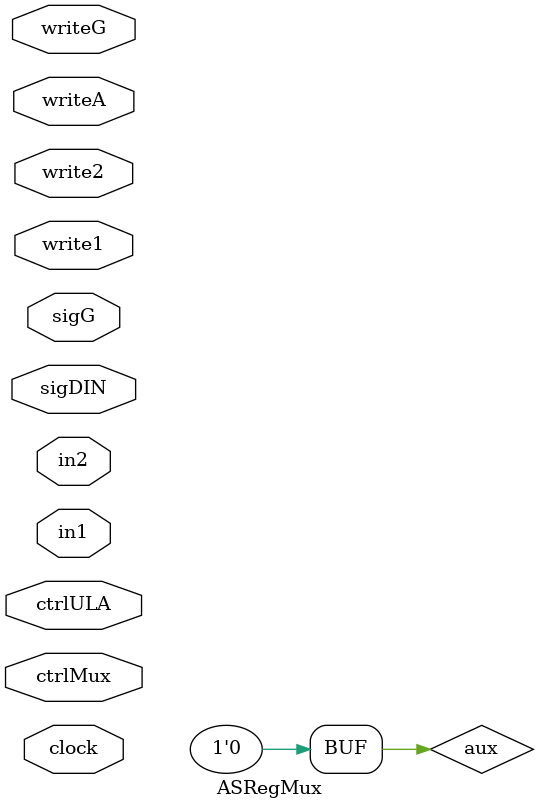
<source format=v>
module ASRegMux (in1, in2, clock, write1, write2, writeA, writeG, sigG, sigDIN, ctrlMux, ctrlULA);
    
    input [15:0] in1, in2;
    input clock, write1, write2, writeA, writeG, sigG, sigDIN;
    input [7:0] ctrlMux;
    input [2:0] ctrlULA;
    
    wire [15:0] out1, out2, outMux, outA, outG, outULA;
    
    reg aux = 16'b0;
    
    reg16bitsP reg1(in1, out1, write1, clock);
    reg16bitsP reg2(in2, out2, write2, clock);
    multiplexador mux1(aux, out1, out2, aux, aux, aux, aux, aux, aux, outG, ctrlMux, sigG, sigDIN, outMux);
    reg16bitsP A(outMux, outA, writeA, clock);
    addsub as(outA, outMux, ctrlULA, outULA);
    reg16bitsN G(outULA, outG, writeG, clock);
    
endmodule

</source>
